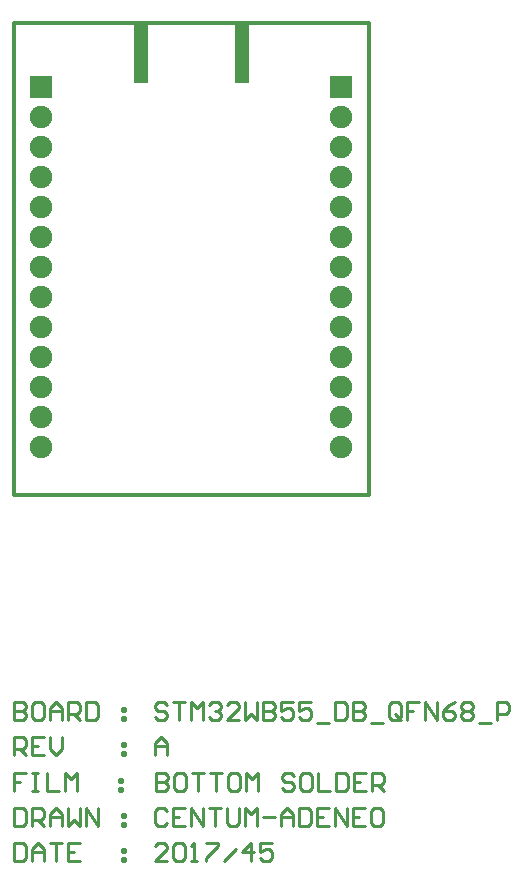
<source format=gbs>
G04 Layer_Color=16711935*
%FSLAX44Y44*%
%MOMM*%
G71*
G01*
G75*
%ADD31C,0.3000*%
%ADD32C,0.2540*%
%ADD47R,1.3000X5.0000*%
%ADD60C,1.9000*%
%ADD61R,1.9000X1.9000*%
D31*
X300000Y-0D02*
Y400000D01*
X0D02*
X300000D01*
X0Y-0D02*
Y400000D01*
Y-0D02*
X300000D01*
D32*
X120000Y-234765D02*
Y-250000D01*
X127618D01*
X130157Y-247461D01*
Y-244922D01*
X127618Y-242383D01*
X120000D01*
X127618D01*
X130157Y-239843D01*
Y-237304D01*
X127618Y-234765D01*
X120000D01*
X142853D02*
X137774D01*
X135235Y-237304D01*
Y-247461D01*
X137774Y-250000D01*
X142853D01*
X145392Y-247461D01*
Y-237304D01*
X142853Y-234765D01*
X150470D02*
X160627D01*
X155548D01*
Y-250000D01*
X165705Y-234765D02*
X175862D01*
X170784D01*
Y-250000D01*
X188558Y-234765D02*
X183479D01*
X180940Y-237304D01*
Y-247461D01*
X183479Y-250000D01*
X188558D01*
X191097Y-247461D01*
Y-237304D01*
X188558Y-234765D01*
X196175Y-250000D02*
Y-234765D01*
X201254Y-239843D01*
X206332Y-234765D01*
Y-250000D01*
X236802Y-237304D02*
X234263Y-234765D01*
X229185D01*
X226646Y-237304D01*
Y-239843D01*
X229185Y-242383D01*
X234263D01*
X236802Y-244922D01*
Y-247461D01*
X234263Y-250000D01*
X229185D01*
X226646Y-247461D01*
X249498Y-234765D02*
X244420D01*
X241881Y-237304D01*
Y-247461D01*
X244420Y-250000D01*
X249498D01*
X252037Y-247461D01*
Y-237304D01*
X249498Y-234765D01*
X257116D02*
Y-250000D01*
X267272D01*
X272351Y-234765D02*
Y-250000D01*
X279968D01*
X282507Y-247461D01*
Y-237304D01*
X279968Y-234765D01*
X272351D01*
X297743D02*
X287586D01*
Y-250000D01*
X297743D01*
X287586Y-242383D02*
X292664D01*
X302821Y-250000D02*
Y-234765D01*
X310438D01*
X312978Y-237304D01*
Y-242383D01*
X310438Y-244922D01*
X302821D01*
X307899D02*
X312978Y-250000D01*
X0Y-174765D02*
Y-190000D01*
X7617D01*
X10157Y-187461D01*
Y-184922D01*
X7617Y-182383D01*
X0D01*
X7617D01*
X10157Y-179843D01*
Y-177304D01*
X7617Y-174765D01*
X0D01*
X22853D02*
X17774D01*
X15235Y-177304D01*
Y-187461D01*
X17774Y-190000D01*
X22853D01*
X25392Y-187461D01*
Y-177304D01*
X22853Y-174765D01*
X30470Y-190000D02*
Y-179843D01*
X35549Y-174765D01*
X40627Y-179843D01*
Y-190000D01*
Y-182383D01*
X30470D01*
X45705Y-190000D02*
Y-174765D01*
X53323D01*
X55862Y-177304D01*
Y-182383D01*
X53323Y-184922D01*
X45705D01*
X50784D02*
X55862Y-190000D01*
X60940Y-174765D02*
Y-190000D01*
X68558D01*
X71097Y-187461D01*
Y-177304D01*
X68558Y-174765D01*
X60940D01*
X91410Y-179843D02*
X93950D01*
Y-182383D01*
X91410D01*
Y-179843D01*
Y-187461D02*
X93950D01*
Y-190000D01*
X91410D01*
Y-187461D01*
X129498Y-177304D02*
X126959Y-174765D01*
X121881D01*
X119341Y-177304D01*
Y-179843D01*
X121881Y-182383D01*
X126959D01*
X129498Y-184922D01*
Y-187461D01*
X126959Y-190000D01*
X121881D01*
X119341Y-187461D01*
X134577Y-174765D02*
X144733D01*
X139655D01*
Y-190000D01*
X149811D02*
Y-174765D01*
X154890Y-179843D01*
X159968Y-174765D01*
Y-190000D01*
X165047Y-177304D02*
X167586Y-174765D01*
X172664D01*
X175203Y-177304D01*
Y-179843D01*
X172664Y-182383D01*
X170125D01*
X172664D01*
X175203Y-184922D01*
Y-187461D01*
X172664Y-190000D01*
X167586D01*
X165047Y-187461D01*
X190438Y-190000D02*
X180282D01*
X190438Y-179843D01*
Y-177304D01*
X187899Y-174765D01*
X182821D01*
X180282Y-177304D01*
X195517Y-174765D02*
Y-190000D01*
X200595Y-184922D01*
X205674Y-190000D01*
Y-174765D01*
X210752D02*
Y-190000D01*
X218369D01*
X220909Y-187461D01*
Y-184922D01*
X218369Y-182383D01*
X210752D01*
X218369D01*
X220909Y-179843D01*
Y-177304D01*
X218369Y-174765D01*
X210752D01*
X236144D02*
X225987D01*
Y-182383D01*
X231065Y-179843D01*
X233604D01*
X236144Y-182383D01*
Y-187461D01*
X233604Y-190000D01*
X228526D01*
X225987Y-187461D01*
X251379Y-174765D02*
X241222D01*
Y-182383D01*
X246300Y-179843D01*
X248839D01*
X251379Y-182383D01*
Y-187461D01*
X248839Y-190000D01*
X243761D01*
X241222Y-187461D01*
X256457Y-192539D02*
X266614D01*
X271692Y-174765D02*
Y-190000D01*
X279310D01*
X281849Y-187461D01*
Y-177304D01*
X279310Y-174765D01*
X271692D01*
X286927D02*
Y-190000D01*
X294545D01*
X297084Y-187461D01*
Y-184922D01*
X294545Y-182383D01*
X286927D01*
X294545D01*
X297084Y-179843D01*
Y-177304D01*
X294545Y-174765D01*
X286927D01*
X302162Y-192539D02*
X312319D01*
X327554Y-187461D02*
Y-177304D01*
X325015Y-174765D01*
X319937D01*
X317397Y-177304D01*
Y-187461D01*
X319937Y-190000D01*
X325015D01*
X322476Y-184922D02*
X327554Y-190000D01*
X325015D02*
X327554Y-187461D01*
X342789Y-174765D02*
X332632D01*
Y-182383D01*
X337711D01*
X332632D01*
Y-190000D01*
X347868D02*
Y-174765D01*
X358024Y-190000D01*
Y-174765D01*
X373259D02*
X368181Y-177304D01*
X363103Y-182383D01*
Y-187461D01*
X365642Y-190000D01*
X370720D01*
X373259Y-187461D01*
Y-184922D01*
X370720Y-182383D01*
X363103D01*
X378338Y-177304D02*
X380877Y-174765D01*
X385955D01*
X388494Y-177304D01*
Y-179843D01*
X385955Y-182383D01*
X388494Y-184922D01*
Y-187461D01*
X385955Y-190000D01*
X380877D01*
X378338Y-187461D01*
Y-184922D01*
X380877Y-182383D01*
X378338Y-179843D01*
Y-177304D01*
X380877Y-182383D02*
X385955D01*
X393573Y-192539D02*
X403729D01*
X408808Y-190000D02*
Y-174765D01*
X416425D01*
X418965Y-177304D01*
Y-182383D01*
X416425Y-184922D01*
X408808D01*
X0Y-220000D02*
Y-204765D01*
X7617D01*
X10157Y-207304D01*
Y-212383D01*
X7617Y-214922D01*
X0D01*
X5078D02*
X10157Y-220000D01*
X25392Y-204765D02*
X15235D01*
Y-220000D01*
X25392D01*
X15235Y-212383D02*
X20313D01*
X30470Y-204765D02*
Y-214922D01*
X35549Y-220000D01*
X40627Y-214922D01*
Y-204765D01*
X91410Y-209843D02*
X93950D01*
Y-212383D01*
X91410D01*
Y-209843D01*
Y-217461D02*
X93950D01*
Y-220000D01*
X91410D01*
Y-217461D01*
X119341Y-220000D02*
Y-209843D01*
X124420Y-204765D01*
X129498Y-209843D01*
Y-220000D01*
Y-212383D01*
X119341D01*
X10157Y-234765D02*
X0D01*
Y-242383D01*
X5078D01*
X0D01*
Y-250000D01*
X15235Y-234765D02*
X20313D01*
X17774D01*
Y-250000D01*
X15235D01*
X20313D01*
X27931Y-234765D02*
Y-250000D01*
X38088D01*
X43166D02*
Y-234765D01*
X48244Y-239843D01*
X53323Y-234765D01*
Y-250000D01*
X88871Y-239843D02*
X91410D01*
Y-242383D01*
X88871D01*
Y-239843D01*
Y-247461D02*
X91410D01*
Y-250000D01*
X88871D01*
Y-247461D01*
X0Y-264765D02*
Y-280000D01*
X7617D01*
X10157Y-277461D01*
Y-267304D01*
X7617Y-264765D01*
X0D01*
X15235Y-280000D02*
Y-264765D01*
X22853D01*
X25392Y-267304D01*
Y-272383D01*
X22853Y-274922D01*
X15235D01*
X20313D02*
X25392Y-280000D01*
X30470D02*
Y-269843D01*
X35549Y-264765D01*
X40627Y-269843D01*
Y-280000D01*
Y-272383D01*
X30470D01*
X45705Y-264765D02*
Y-280000D01*
X50784Y-274922D01*
X55862Y-280000D01*
Y-264765D01*
X60940Y-280000D02*
Y-264765D01*
X71097Y-280000D01*
Y-264765D01*
X91410Y-269843D02*
X93950D01*
Y-272383D01*
X91410D01*
Y-269843D01*
Y-277461D02*
X93950D01*
Y-280000D01*
X91410D01*
Y-277461D01*
X129498Y-267304D02*
X126959Y-264765D01*
X121881D01*
X119341Y-267304D01*
Y-277461D01*
X121881Y-280000D01*
X126959D01*
X129498Y-277461D01*
X144733Y-264765D02*
X134577D01*
Y-280000D01*
X144733D01*
X134577Y-272383D02*
X139655D01*
X149811Y-280000D02*
Y-264765D01*
X159968Y-280000D01*
Y-264765D01*
X165047D02*
X175203D01*
X170125D01*
Y-280000D01*
X180282Y-264765D02*
Y-277461D01*
X182821Y-280000D01*
X187899D01*
X190438Y-277461D01*
Y-264765D01*
X195517Y-280000D02*
Y-264765D01*
X200595Y-269843D01*
X205674Y-264765D01*
Y-280000D01*
X210752Y-272383D02*
X220909D01*
X225987Y-280000D02*
Y-269843D01*
X231065Y-264765D01*
X236144Y-269843D01*
Y-280000D01*
Y-272383D01*
X225987D01*
X241222Y-264765D02*
Y-280000D01*
X248839D01*
X251379Y-277461D01*
Y-267304D01*
X248839Y-264765D01*
X241222D01*
X266614D02*
X256457D01*
Y-280000D01*
X266614D01*
X256457Y-272383D02*
X261535D01*
X271692Y-280000D02*
Y-264765D01*
X281849Y-280000D01*
Y-264765D01*
X297084D02*
X286927D01*
Y-280000D01*
X297084D01*
X286927Y-272383D02*
X292006D01*
X309780Y-264765D02*
X304701D01*
X302162Y-267304D01*
Y-277461D01*
X304701Y-280000D01*
X309780D01*
X312319Y-277461D01*
Y-267304D01*
X309780Y-264765D01*
X0Y-294765D02*
Y-310000D01*
X7617D01*
X10157Y-307461D01*
Y-297304D01*
X7617Y-294765D01*
X0D01*
X15235Y-310000D02*
Y-299843D01*
X20313Y-294765D01*
X25392Y-299843D01*
Y-310000D01*
Y-302383D01*
X15235D01*
X30470Y-294765D02*
X40627D01*
X35549D01*
Y-310000D01*
X55862Y-294765D02*
X45705D01*
Y-310000D01*
X55862D01*
X45705Y-302383D02*
X50784D01*
X91410Y-299843D02*
X93950D01*
Y-302383D01*
X91410D01*
Y-299843D01*
Y-307461D02*
X93950D01*
Y-310000D01*
X91410D01*
Y-307461D01*
X129498Y-310000D02*
X119341D01*
X129498Y-299843D01*
Y-297304D01*
X126959Y-294765D01*
X121881D01*
X119341Y-297304D01*
X134577D02*
X137116Y-294765D01*
X142194D01*
X144733Y-297304D01*
Y-307461D01*
X142194Y-310000D01*
X137116D01*
X134577Y-307461D01*
Y-297304D01*
X149811Y-310000D02*
X154890D01*
X152351D01*
Y-294765D01*
X149811Y-297304D01*
X162507Y-294765D02*
X172664D01*
Y-297304D01*
X162507Y-307461D01*
Y-310000D01*
X177743D02*
X187899Y-299843D01*
X200595Y-310000D02*
Y-294765D01*
X192978Y-302383D01*
X203134D01*
X218369Y-294765D02*
X208213D01*
Y-302383D01*
X213291Y-299843D01*
X215830D01*
X218369Y-302383D01*
Y-307461D01*
X215830Y-310000D01*
X210752D01*
X208213Y-307461D01*
D47*
X192500Y373380D02*
D03*
X107500D02*
D03*
D60*
X23000Y41200D02*
D03*
Y66600D02*
D03*
Y92000D02*
D03*
Y117400D02*
D03*
Y142800D02*
D03*
Y168200D02*
D03*
Y193600D02*
D03*
Y219000D02*
D03*
Y269800D02*
D03*
Y295200D02*
D03*
Y320600D02*
D03*
Y244400D02*
D03*
X277000Y41200D02*
D03*
Y66600D02*
D03*
Y92000D02*
D03*
Y117400D02*
D03*
Y142800D02*
D03*
Y168200D02*
D03*
Y193600D02*
D03*
Y219000D02*
D03*
Y269800D02*
D03*
Y295200D02*
D03*
Y320600D02*
D03*
Y244400D02*
D03*
D61*
X23000Y346000D02*
D03*
X277000D02*
D03*
M02*

</source>
